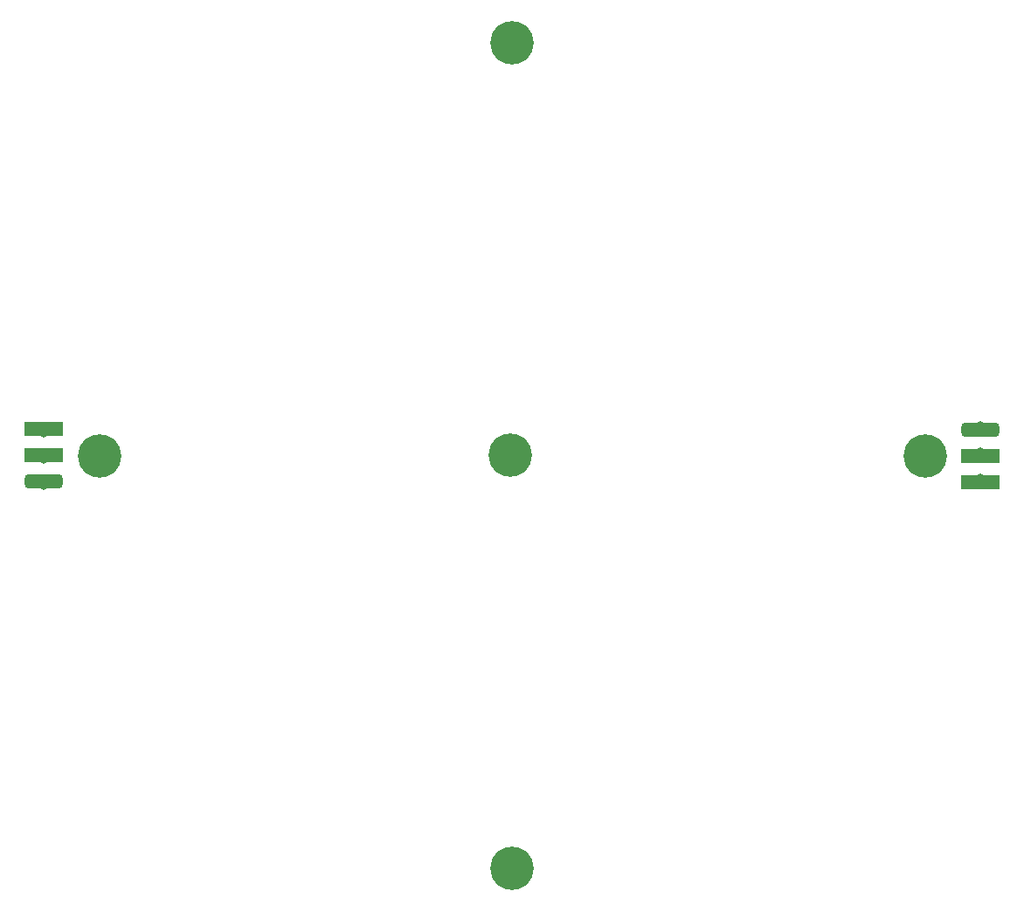
<source format=gbs>
G04*
G04 #@! TF.GenerationSoftware,Altium Limited,Altium Designer,21.0.9 (235)*
G04*
G04 Layer_Color=16711935*
%FSLAX44Y44*%
%MOMM*%
G71*
G04*
G04 #@! TF.SameCoordinates,CD1E4018-1162-47FE-B72E-61F81A971E37*
G04*
G04*
G04 #@! TF.FilePolarity,Negative*
G04*
G01*
G75*
%ADD21R,3.7032X1.4032*%
G04:AMPARAMS|DCode=22|XSize=1.4032mm|YSize=3.7032mm|CornerRadius=0.4016mm|HoleSize=0mm|Usage=FLASHONLY|Rotation=90.000|XOffset=0mm|YOffset=0mm|HoleType=Round|Shape=RoundedRectangle|*
%AMROUNDEDRECTD22*
21,1,1.4032,2.9000,0,0,90.0*
21,1,0.6000,3.7032,0,0,90.0*
1,1,0.8032,1.4500,0.3000*
1,1,0.8032,1.4500,-0.3000*
1,1,0.8032,-1.4500,-0.3000*
1,1,0.8032,-1.4500,0.3000*
%
%ADD22ROUNDEDRECTD22*%
%ADD26C,4.2032*%
%ADD27C,1.4732*%
D21*
X953984Y499598D02*
D03*
Y474198D02*
D03*
X46016Y500401D02*
D03*
Y525801D02*
D03*
D22*
X953984Y524998D02*
D03*
X46016Y475001D02*
D03*
D26*
X498000Y501000D02*
D03*
X500000Y900000D02*
D03*
Y100000D02*
D03*
X900000Y500000D02*
D03*
X100000D02*
D03*
D27*
X953984Y475002D02*
D03*
Y500402D02*
D03*
Y525802D02*
D03*
X46016Y474198D02*
D03*
Y499598D02*
D03*
Y524998D02*
D03*
M02*

</source>
